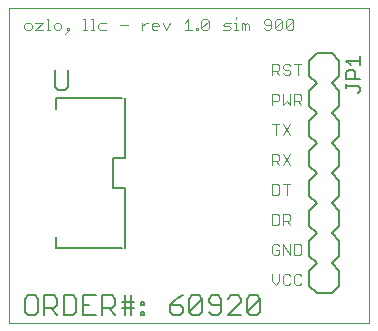
<source format=gto>
G75*
G70*
%OFA0B0*%
%FSLAX24Y24*%
%IPPOS*%
%LPD*%
%AMOC8*
5,1,8,0,0,1.08239X$1,22.5*
%
%ADD10C,0.0000*%
%ADD11C,0.0030*%
%ADD12C,0.0060*%
%ADD13C,0.0080*%
%ADD14C,0.0050*%
D10*
X000100Y000100D02*
X000100Y010600D01*
X012100Y010600D01*
X012100Y000100D01*
X000100Y000100D01*
D11*
X008865Y001488D02*
X008988Y001365D01*
X009112Y001488D01*
X009112Y001735D01*
X009233Y001674D02*
X009233Y001427D01*
X009295Y001365D01*
X009418Y001365D01*
X009480Y001427D01*
X009602Y001427D02*
X009663Y001365D01*
X009787Y001365D01*
X009849Y001427D01*
X009849Y001674D02*
X009787Y001735D01*
X009663Y001735D01*
X009602Y001674D01*
X009602Y001427D01*
X009480Y001674D02*
X009418Y001735D01*
X009295Y001735D01*
X009233Y001674D01*
X008865Y001735D02*
X008865Y001488D01*
X008927Y002365D02*
X008865Y002427D01*
X008865Y002674D01*
X008927Y002735D01*
X009050Y002735D01*
X009112Y002674D01*
X009112Y002550D02*
X008988Y002550D01*
X009112Y002550D02*
X009112Y002427D01*
X009050Y002365D01*
X008927Y002365D01*
X009233Y002365D02*
X009233Y002735D01*
X009480Y002365D01*
X009480Y002735D01*
X009602Y002735D02*
X009787Y002735D01*
X009849Y002674D01*
X009849Y002427D01*
X009787Y002365D01*
X009602Y002365D01*
X009602Y002735D01*
X009480Y003365D02*
X009357Y003488D01*
X009418Y003488D02*
X009480Y003550D01*
X009480Y003674D01*
X009418Y003735D01*
X009233Y003735D01*
X009233Y003365D01*
X009233Y003488D02*
X009418Y003488D01*
X009112Y003427D02*
X009050Y003365D01*
X008865Y003365D01*
X008865Y003735D01*
X009050Y003735D01*
X009112Y003674D01*
X009112Y003427D01*
X009050Y004365D02*
X008865Y004365D01*
X008865Y004735D01*
X009050Y004735D01*
X009112Y004674D01*
X009112Y004427D01*
X009050Y004365D01*
X009357Y004365D02*
X009357Y004735D01*
X009480Y004735D02*
X009233Y004735D01*
X009233Y005365D02*
X009480Y005735D01*
X009233Y005735D02*
X009480Y005365D01*
X009112Y005365D02*
X008988Y005488D01*
X009050Y005488D02*
X008865Y005488D01*
X008865Y005365D02*
X008865Y005735D01*
X009050Y005735D01*
X009112Y005674D01*
X009112Y005550D01*
X009050Y005488D01*
X008988Y006365D02*
X008988Y006735D01*
X008865Y006735D02*
X009112Y006735D01*
X009233Y006735D02*
X009480Y006365D01*
X009233Y006365D02*
X009480Y006735D01*
X009480Y007365D02*
X009480Y007735D01*
X009602Y007735D02*
X009787Y007735D01*
X009849Y007674D01*
X009849Y007550D01*
X009787Y007488D01*
X009602Y007488D01*
X009602Y007365D02*
X009602Y007735D01*
X009725Y007488D02*
X009849Y007365D01*
X009480Y007365D02*
X009357Y007488D01*
X009233Y007365D01*
X009233Y007735D01*
X009112Y007674D02*
X009112Y007550D01*
X009050Y007488D01*
X008865Y007488D01*
X008865Y007365D02*
X008865Y007735D01*
X009050Y007735D01*
X009112Y007674D01*
X009112Y008365D02*
X008988Y008488D01*
X009050Y008488D02*
X008865Y008488D01*
X008865Y008365D02*
X008865Y008735D01*
X009050Y008735D01*
X009112Y008674D01*
X009112Y008550D01*
X009050Y008488D01*
X009233Y008427D02*
X009295Y008365D01*
X009418Y008365D01*
X009480Y008427D01*
X009480Y008488D01*
X009418Y008550D01*
X009295Y008550D01*
X009233Y008612D01*
X009233Y008674D01*
X009295Y008735D01*
X009418Y008735D01*
X009480Y008674D01*
X009602Y008735D02*
X009849Y008735D01*
X009725Y008735D02*
X009725Y008365D01*
X009517Y009865D02*
X009393Y009865D01*
X009332Y009927D01*
X009579Y010174D01*
X009579Y009927D01*
X009517Y009865D01*
X009332Y009927D02*
X009332Y010174D01*
X009393Y010235D01*
X009517Y010235D01*
X009579Y010174D01*
X009210Y010174D02*
X009210Y009927D01*
X009149Y009865D01*
X009025Y009865D01*
X008963Y009927D01*
X009210Y010174D01*
X009149Y010235D01*
X009025Y010235D01*
X008963Y010174D01*
X008963Y009927D01*
X008842Y009927D02*
X008842Y010174D01*
X008780Y010235D01*
X008657Y010235D01*
X008595Y010174D01*
X008595Y010112D01*
X008657Y010050D01*
X008842Y010050D01*
X008842Y009927D02*
X008780Y009865D01*
X008657Y009865D01*
X008595Y009927D01*
X008105Y009865D02*
X008105Y010050D01*
X008044Y010112D01*
X007982Y010050D01*
X007982Y009865D01*
X007859Y009865D02*
X007859Y010112D01*
X007920Y010112D01*
X007982Y010050D01*
X007736Y009865D02*
X007613Y009865D01*
X007675Y009865D02*
X007675Y010112D01*
X007613Y010112D01*
X007492Y010112D02*
X007306Y010112D01*
X007245Y010050D01*
X007306Y009988D01*
X007430Y009988D01*
X007492Y009927D01*
X007430Y009865D01*
X007245Y009865D01*
X007675Y010235D02*
X007675Y010297D01*
X006755Y010174D02*
X006755Y009927D01*
X006693Y009865D01*
X006570Y009865D01*
X006508Y009927D01*
X006755Y010174D01*
X006693Y010235D01*
X006570Y010235D01*
X006508Y010174D01*
X006508Y009927D01*
X006386Y009927D02*
X006386Y009865D01*
X006324Y009865D01*
X006324Y009927D01*
X006386Y009927D01*
X006202Y009865D02*
X005956Y009865D01*
X006079Y009865D02*
X006079Y010235D01*
X005956Y010112D01*
X005466Y010112D02*
X005342Y009865D01*
X005219Y010112D01*
X005097Y010050D02*
X005097Y009988D01*
X004851Y009988D01*
X004851Y009927D02*
X004851Y010050D01*
X004912Y010112D01*
X005036Y010112D01*
X005097Y010050D01*
X005036Y009865D02*
X004912Y009865D01*
X004851Y009927D01*
X004729Y010112D02*
X004667Y010112D01*
X004544Y009988D01*
X004544Y009865D02*
X004544Y010112D01*
X004054Y010050D02*
X003807Y010050D01*
X003317Y010112D02*
X003132Y010112D01*
X003070Y010050D01*
X003070Y009927D01*
X003132Y009865D01*
X003317Y009865D01*
X002948Y009865D02*
X002825Y009865D01*
X002887Y009865D02*
X002887Y010235D01*
X002825Y010235D01*
X002641Y010235D02*
X002641Y009865D01*
X002579Y009865D02*
X002703Y009865D01*
X002641Y010235D02*
X002579Y010235D01*
X002089Y009927D02*
X002027Y009927D01*
X002027Y009865D01*
X002089Y009865D01*
X002089Y009927D01*
X002089Y009865D02*
X001965Y009742D01*
X001782Y009865D02*
X001844Y009927D01*
X001844Y010050D01*
X001782Y010112D01*
X001659Y010112D01*
X001597Y010050D01*
X001597Y009927D01*
X001659Y009865D01*
X001782Y009865D01*
X001475Y009865D02*
X001352Y009865D01*
X001413Y009865D02*
X001413Y010235D01*
X001352Y010235D01*
X001230Y010112D02*
X000983Y009865D01*
X001230Y009865D01*
X001230Y010112D02*
X000983Y010112D01*
X000862Y010050D02*
X000800Y010112D01*
X000677Y010112D01*
X000615Y010050D01*
X000615Y009927D01*
X000677Y009865D01*
X000800Y009865D01*
X000862Y009927D01*
X000862Y010050D01*
D12*
X001630Y008521D02*
X001630Y007987D01*
X001737Y007880D01*
X001950Y007880D01*
X002057Y007987D01*
X002057Y008521D01*
X001919Y001021D02*
X002239Y001021D01*
X002346Y000914D01*
X002346Y000487D01*
X002239Y000380D01*
X001919Y000380D01*
X001919Y001021D01*
X001702Y000914D02*
X001702Y000700D01*
X001595Y000594D01*
X001275Y000594D01*
X001488Y000594D02*
X001702Y000380D01*
X001275Y000380D02*
X001275Y001021D01*
X001595Y001021D01*
X001702Y000914D01*
X001057Y000914D02*
X001057Y000487D01*
X000950Y000380D01*
X000737Y000380D01*
X000630Y000487D01*
X000630Y000914D01*
X000737Y001021D01*
X000950Y001021D01*
X001057Y000914D01*
X002564Y001021D02*
X002564Y000380D01*
X002991Y000380D01*
X003208Y000380D02*
X003208Y001021D01*
X003528Y001021D01*
X003635Y000914D01*
X003635Y000700D01*
X003528Y000594D01*
X003208Y000594D01*
X003422Y000594D02*
X003635Y000380D01*
X003853Y000594D02*
X004280Y000594D01*
X004497Y000700D02*
X004497Y000807D01*
X004604Y000807D01*
X004604Y000700D01*
X004497Y000700D01*
X004280Y000807D02*
X004173Y000807D01*
X003853Y000807D01*
X003960Y001021D02*
X003960Y000380D01*
X004173Y000380D02*
X004173Y001021D01*
X004497Y000487D02*
X004497Y000380D01*
X004604Y000380D01*
X004604Y000487D01*
X004497Y000487D01*
X005464Y000487D02*
X005571Y000380D01*
X005784Y000380D01*
X005891Y000487D01*
X005891Y000594D01*
X005784Y000700D01*
X005464Y000700D01*
X005464Y000487D01*
X005464Y000700D02*
X005678Y000914D01*
X005891Y001021D01*
X006109Y000914D02*
X006215Y001021D01*
X006429Y001021D01*
X006536Y000914D01*
X006109Y000487D01*
X006215Y000380D01*
X006429Y000380D01*
X006536Y000487D01*
X006536Y000914D01*
X006753Y000914D02*
X006753Y000807D01*
X006860Y000700D01*
X007180Y000700D01*
X007180Y000487D02*
X007180Y000914D01*
X007073Y001021D01*
X006860Y001021D01*
X006753Y000914D01*
X006753Y000487D02*
X006860Y000380D01*
X007073Y000380D01*
X007180Y000487D01*
X007398Y000380D02*
X007825Y000807D01*
X007825Y000914D01*
X007718Y001021D01*
X007505Y001021D01*
X007398Y000914D01*
X007398Y000380D02*
X007825Y000380D01*
X008042Y000487D02*
X008469Y000914D01*
X008469Y000487D01*
X008363Y000380D01*
X008149Y000380D01*
X008042Y000487D01*
X008042Y000914D01*
X008149Y001021D01*
X008363Y001021D01*
X008469Y000914D01*
X006109Y000914D02*
X006109Y000487D01*
X002991Y001021D02*
X002564Y001021D01*
X002564Y000700D02*
X002777Y000700D01*
D13*
X010100Y001350D02*
X010100Y001850D01*
X010350Y002100D01*
X010100Y002350D01*
X010100Y002850D01*
X010350Y003100D01*
X010100Y003350D01*
X010100Y003850D01*
X010350Y004100D01*
X010100Y004350D01*
X010100Y004850D01*
X010350Y005100D01*
X010100Y005350D01*
X010100Y005850D01*
X010350Y006100D01*
X010100Y006350D01*
X010100Y006850D01*
X010350Y007100D01*
X010100Y007350D01*
X010100Y007850D01*
X010350Y008100D01*
X010100Y008350D01*
X010100Y008850D01*
X010350Y009100D01*
X010850Y009100D01*
X011100Y008850D01*
X011100Y008350D01*
X010850Y008100D01*
X011100Y007850D01*
X011100Y007350D01*
X010850Y007100D01*
X011100Y006850D01*
X011100Y006350D01*
X010850Y006100D01*
X011100Y005850D01*
X011100Y005350D01*
X010850Y005100D01*
X011100Y004850D01*
X011100Y004350D01*
X010850Y004100D01*
X011100Y003850D01*
X011100Y003350D01*
X010850Y003100D01*
X011100Y002850D01*
X011100Y002350D01*
X010850Y002100D01*
X011100Y001850D01*
X011100Y001350D01*
X010850Y001100D01*
X010350Y001100D01*
X010100Y001350D01*
D14*
X003950Y002600D02*
X003950Y004600D01*
X003550Y004600D01*
X003550Y005600D01*
X003950Y005600D01*
X003950Y007600D01*
X003850Y007600D02*
X001650Y007600D01*
X001650Y007230D01*
X001650Y002970D02*
X001650Y002600D01*
X003850Y002600D01*
X011345Y007924D02*
X011345Y008074D01*
X011345Y007999D02*
X011720Y007999D01*
X011795Y007924D01*
X011795Y007849D01*
X011720Y007774D01*
X011795Y008234D02*
X011345Y008234D01*
X011345Y008459D01*
X011420Y008534D01*
X011570Y008534D01*
X011645Y008459D01*
X011645Y008234D01*
X011795Y008695D02*
X011795Y008995D01*
X011795Y008845D02*
X011345Y008845D01*
X011495Y008695D01*
M02*

</source>
